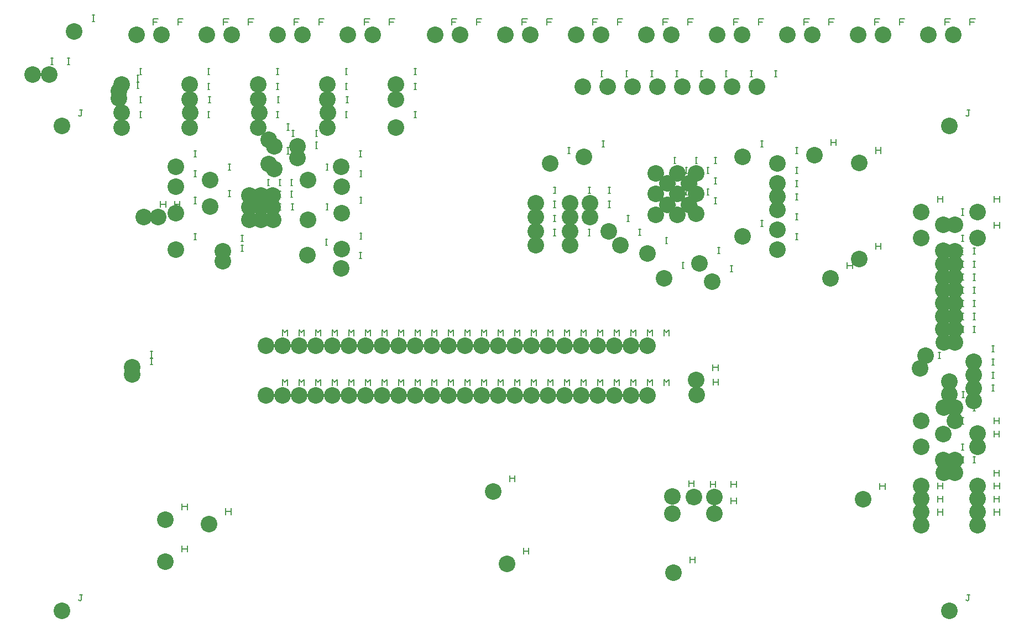
<source format=gbr>
%FSLAX23Y23*%
%MOIN*%
G04 EasyPC Gerber Version 17.0 Build 3379 *
%ADD18C,0.00500*%
%ADD71C,0.10000*%
X0Y0D02*
D02*
D18*
X211Y3575D02*
X224D01*
X217D02*
Y3612D01*
X211D02*
X224D01*
X311Y3575D02*
X324D01*
X317D02*
Y3612D01*
X311D02*
X324D01*
X378Y343D02*
X381Y340D01*
X387Y337*
X393Y340*
X396Y343*
Y374*
X403*
X396D02*
X384D01*
X378Y3268D02*
X381Y3265D01*
X387Y3262*
X393Y3265*
X396Y3268*
Y3299*
X403*
X396D02*
X384D01*
X461Y3835D02*
X474D01*
X467D02*
Y3872D01*
X461D02*
X474D01*
X730Y3429D02*
X742D01*
X736D02*
Y3466D01*
X730D02*
X742D01*
X730Y3471D02*
X742D01*
X736D02*
Y3509D01*
X730D02*
X742D01*
X747Y3253D02*
X759D01*
X753D02*
Y3290D01*
X747D02*
X759D01*
X747Y3343D02*
X759D01*
X753D02*
Y3380D01*
X747D02*
X759D01*
X747Y3513D02*
X759D01*
X753D02*
Y3550D01*
X747D02*
X759D01*
X812Y1762D02*
X825D01*
X818D02*
Y1799D01*
X812D02*
X825D01*
X812Y1805D02*
X825D01*
X818D02*
Y1843D01*
X812D02*
X825D01*
X828Y3812D02*
Y3849D01*
X859*
X853Y3831D02*
X828D01*
X873Y2712D02*
Y2749D01*
Y2731D02*
X904D01*
Y2712D02*
Y2749D01*
X958Y2712D02*
Y2749D01*
Y2731D02*
X989D01*
Y2712D02*
Y2749D01*
X978Y3812D02*
Y3849D01*
X1009*
X1002Y3831D02*
X978D01*
X1002Y632D02*
Y669D01*
Y651D02*
X1034D01*
Y632D02*
Y669D01*
X1002Y887D02*
Y924D01*
Y906D02*
X1034D01*
Y887D02*
Y924D01*
X1074Y2735D02*
X1087D01*
X1081D02*
Y2773D01*
X1074D02*
X1087D01*
X1074Y3017D02*
X1087D01*
X1081D02*
Y3055D01*
X1074D02*
X1087D01*
X1076Y2896D02*
X1088D01*
X1082D02*
Y2934D01*
X1076D02*
X1088D01*
X1076Y2517D02*
X1088D01*
X1082D02*
Y2554D01*
X1076D02*
X1088D01*
X1157Y3253D02*
X1169D01*
X1163D02*
Y3290D01*
X1157D02*
X1169D01*
X1157Y3423D02*
X1169D01*
X1163D02*
Y3460D01*
X1157D02*
X1169D01*
X1157Y3513D02*
X1169D01*
X1163D02*
Y3550D01*
X1157D02*
X1169D01*
X1162Y3342D02*
X1174D01*
X1168D02*
Y3379D01*
X1162D02*
X1174D01*
X1252Y3812D02*
Y3849D01*
X1284*
X1278Y3831D02*
X1252D01*
X1266Y858D02*
Y896D01*
Y877D02*
X1297D01*
Y858D02*
Y896D01*
X1282Y2777D02*
X1294D01*
X1288D02*
Y2814D01*
X1282D02*
X1294D01*
X1282Y2937D02*
X1294D01*
X1288D02*
Y2974D01*
X1282D02*
X1294D01*
X1359Y2447D02*
X1371D01*
X1365D02*
Y2484D01*
X1359D02*
X1371D01*
X1359Y2507D02*
X1371D01*
X1365D02*
Y2544D01*
X1359D02*
X1371D01*
X1403Y3812D02*
Y3849D01*
X1434*
X1428Y3831D02*
X1403D01*
X1517Y2697D02*
X1529D01*
X1523D02*
Y2734D01*
X1517D02*
X1529D01*
X1517Y2772D02*
X1529D01*
X1523D02*
Y2809D01*
X1517D02*
X1529D01*
X1517Y2842D02*
X1529D01*
X1523D02*
Y2879D01*
X1517D02*
X1529D01*
X1572Y3253D02*
X1584D01*
X1578D02*
Y3290D01*
X1572D02*
X1584D01*
X1572Y3423D02*
X1584D01*
X1578D02*
Y3460D01*
X1572D02*
X1584D01*
X1572Y3513D02*
X1584D01*
X1578D02*
Y3550D01*
X1572D02*
X1584D01*
X1577Y3342D02*
X1589D01*
X1583D02*
Y3379D01*
X1577D02*
X1589D01*
X1587Y2697D02*
X1599D01*
X1593D02*
Y2734D01*
X1587D02*
X1599D01*
X1587Y2772D02*
X1599D01*
X1593D02*
Y2809D01*
X1587D02*
X1599D01*
X1587Y2842D02*
X1599D01*
X1593D02*
Y2879D01*
X1587D02*
X1599D01*
X1608Y1637D02*
Y1674D01*
X1623Y1656*
X1639Y1674*
Y1637*
X1608Y1937D02*
Y1974D01*
X1623Y1956*
X1639Y1974*
Y1937*
X1635Y3035D02*
X1647D01*
X1641D02*
Y3072D01*
X1635D02*
X1647D01*
X1635Y3178D02*
X1647D01*
X1641D02*
Y3216D01*
X1635D02*
X1647D01*
X1657Y2772D02*
X1669D01*
X1663D02*
Y2809D01*
X1657D02*
X1669D01*
X1657Y2842D02*
X1669D01*
X1663D02*
Y2879D01*
X1657D02*
X1669D01*
X1662Y2697D02*
X1674D01*
X1668D02*
Y2734D01*
X1662D02*
X1674D01*
X1666Y3002D02*
X1678D01*
X1672D02*
Y3040D01*
X1666D02*
X1678D01*
X1666Y3139D02*
X1678D01*
X1672D02*
Y3177D01*
X1666D02*
X1678D01*
X1678Y3812D02*
Y3849D01*
X1709*
X1703Y3831D02*
X1678D01*
X1708Y1637D02*
Y1674D01*
X1723Y1656*
X1739Y1674*
Y1637*
X1708Y1937D02*
Y1974D01*
X1723Y1956*
X1739Y1974*
Y1937*
X1807Y3068D02*
X1819D01*
X1813D02*
Y3106D01*
X1807D02*
X1819D01*
X1807Y3139D02*
X1819D01*
X1813D02*
Y3177D01*
X1807D02*
X1819D01*
X1808Y1637D02*
Y1674D01*
X1823Y1656*
X1839Y1674*
Y1637*
X1808Y1937D02*
Y1974D01*
X1823Y1956*
X1839Y1974*
Y1937*
X1828Y3812D02*
Y3849D01*
X1859*
X1853Y3831D02*
X1828D01*
X1867Y2482D02*
X1879D01*
X1873D02*
Y2519D01*
X1867D02*
X1879D01*
X1871Y2698D02*
X1883D01*
X1877D02*
Y2735D01*
X1871D02*
X1883D01*
X1871Y2937D02*
X1883D01*
X1877D02*
Y2975D01*
X1871D02*
X1883D01*
X1908Y1637D02*
Y1674D01*
X1923Y1656*
X1939Y1674*
Y1637*
X1908Y1937D02*
Y1974D01*
X1923Y1956*
X1939Y1974*
Y1937*
X1987Y3253D02*
X1999D01*
X1993D02*
Y3290D01*
X1987D02*
X1999D01*
X1987Y3423D02*
X1999D01*
X1993D02*
Y3460D01*
X1987D02*
X1999D01*
X1987Y3513D02*
X1999D01*
X1993D02*
Y3550D01*
X1987D02*
X1999D01*
X1992Y3343D02*
X2004D01*
X1998D02*
Y3380D01*
X1992D02*
X2004D01*
X2008Y1637D02*
Y1674D01*
X2023Y1656*
X2039Y1674*
Y1637*
X2008Y1937D02*
Y1974D01*
X2023Y1956*
X2039Y1974*
Y1937*
X2073Y2402D02*
X2085D01*
X2079D02*
Y2439D01*
X2073D02*
X2085D01*
X2073Y3016D02*
X2085D01*
X2079D02*
Y3053D01*
X2073D02*
X2085D01*
X2074Y2519D02*
X2086D01*
X2080D02*
Y2557D01*
X2074D02*
X2086D01*
X2074Y2738D02*
X2086D01*
X2080D02*
Y2775D01*
X2074D02*
X2086D01*
X2074Y2897D02*
X2086D01*
X2080D02*
Y2935D01*
X2074D02*
X2086D01*
X2103Y3812D02*
Y3849D01*
X2134*
X2128Y3831D02*
X2103D01*
X2108Y1637D02*
Y1674D01*
X2123Y1656*
X2139Y1674*
Y1637*
X2108Y1937D02*
Y1974D01*
X2123Y1956*
X2139Y1974*
Y1937*
X2208Y1637D02*
Y1674D01*
X2223Y1656*
X2239Y1674*
Y1637*
X2208Y1937D02*
Y1974D01*
X2223Y1956*
X2239Y1974*
Y1937*
X2253Y3812D02*
Y3849D01*
X2284*
X2278Y3831D02*
X2253D01*
X2308Y1637D02*
Y1674D01*
X2323Y1656*
X2339Y1674*
Y1637*
X2308Y1937D02*
Y1974D01*
X2323Y1956*
X2339Y1974*
Y1937*
X2402Y3253D02*
X2414D01*
X2408D02*
Y3290D01*
X2402D02*
X2414D01*
X2402Y3423D02*
X2414D01*
X2408D02*
Y3460D01*
X2402D02*
X2414D01*
X2402Y3513D02*
X2414D01*
X2408D02*
Y3550D01*
X2402D02*
X2414D01*
X2408Y1637D02*
Y1674D01*
X2423Y1656*
X2439Y1674*
Y1637*
X2408Y1937D02*
Y1974D01*
X2423Y1956*
X2439Y1974*
Y1937*
X2508Y1637D02*
Y1674D01*
X2523Y1656*
X2539Y1674*
Y1637*
X2508Y1937D02*
Y1974D01*
X2523Y1956*
X2539Y1974*
Y1937*
X2608Y1637D02*
Y1674D01*
X2623Y1656*
X2639Y1674*
Y1637*
X2608Y1937D02*
Y1974D01*
X2623Y1956*
X2639Y1974*
Y1937*
X2628Y3812D02*
Y3849D01*
X2659*
X2653Y3831D02*
X2628D01*
X2708Y1637D02*
Y1674D01*
X2723Y1656*
X2739Y1674*
Y1637*
X2708Y1937D02*
Y1974D01*
X2723Y1956*
X2739Y1974*
Y1937*
X2778Y3812D02*
Y3849D01*
X2809*
X2803Y3831D02*
X2778D01*
X2808Y1637D02*
Y1674D01*
X2823Y1656*
X2839Y1674*
Y1637*
X2808Y1937D02*
Y1974D01*
X2823Y1956*
X2839Y1974*
Y1937*
X2908Y1637D02*
Y1674D01*
X2923Y1656*
X2939Y1674*
Y1637*
X2908Y1937D02*
Y1974D01*
X2923Y1956*
X2939Y1974*
Y1937*
X2978Y1058D02*
Y1095D01*
Y1076D02*
X3009D01*
Y1058D02*
Y1095D01*
X3008Y1637D02*
Y1674D01*
X3023Y1656*
X3039Y1674*
Y1637*
X3008Y1937D02*
Y1974D01*
X3023Y1956*
X3039Y1974*
Y1937*
X3053Y3812D02*
Y3849D01*
X3084*
X3078Y3831D02*
X3053D01*
X3062Y620D02*
Y657D01*
Y638D02*
X3093D01*
Y620D02*
Y657D01*
X3108Y1637D02*
Y1674D01*
X3123Y1656*
X3139Y1674*
Y1637*
X3108Y1937D02*
Y1974D01*
X3123Y1956*
X3139Y1974*
Y1937*
X3203Y3812D02*
Y3849D01*
X3234*
X3228Y3831D02*
X3203D01*
X3208Y1637D02*
Y1674D01*
X3223Y1656*
X3239Y1674*
Y1637*
X3208Y1937D02*
Y1974D01*
X3223Y1956*
X3239Y1974*
Y1937*
X3243Y2541D02*
X3256D01*
X3249D02*
Y2579D01*
X3243D02*
X3256D01*
X3243Y2626D02*
X3256D01*
X3249D02*
Y2664D01*
X3243D02*
X3256D01*
X3243Y2711D02*
X3256D01*
X3249D02*
Y2749D01*
X3243D02*
X3256D01*
X3243Y2796D02*
X3256D01*
X3250D02*
Y2834D01*
X3243D02*
X3256D01*
X3308Y1637D02*
Y1674D01*
X3323Y1656*
X3339Y1674*
Y1637*
X3308Y1937D02*
Y1974D01*
X3323Y1956*
X3339Y1974*
Y1937*
X3329Y3037D02*
X3342D01*
X3336D02*
Y3075D01*
X3329D02*
X3342D01*
X3408Y1637D02*
Y1674D01*
X3423Y1656*
X3439Y1674*
Y1637*
X3408Y1937D02*
Y1974D01*
X3423Y1956*
X3439Y1974*
Y1937*
X3449Y2626D02*
X3462D01*
X3456D02*
Y2664D01*
X3449D02*
X3462D01*
X3451Y2541D02*
X3463D01*
X3457D02*
Y2579D01*
X3451D02*
X3463D01*
X3452Y2711D02*
X3464D01*
X3458D02*
Y2749D01*
X3452D02*
X3464D01*
X3452Y2796D02*
X3464D01*
X3458D02*
Y2834D01*
X3452D02*
X3464D01*
X3478Y3812D02*
Y3849D01*
X3509*
X3503Y3831D02*
X3478D01*
X3507Y1637D02*
Y1674D01*
X3523Y1656*
X3539Y1674*
Y1637*
X3507Y1937D02*
Y1974D01*
X3523Y1956*
X3539Y1974*
Y1937*
X3527Y3499D02*
X3539D01*
X3533D02*
Y3537D01*
X3527D02*
X3539D01*
X3534Y3077D02*
X3547D01*
X3541D02*
Y3115D01*
X3534D02*
X3547D01*
X3572Y2711D02*
X3584D01*
X3578D02*
Y2749D01*
X3572D02*
X3584D01*
X3573Y2796D02*
X3585D01*
X3579D02*
Y2834D01*
X3573D02*
X3585D01*
X3608Y1637D02*
Y1674D01*
X3623Y1656*
X3639Y1674*
Y1637*
X3608Y1937D02*
Y1974D01*
X3623Y1956*
X3639Y1974*
Y1937*
X3628Y3812D02*
Y3849D01*
X3659*
X3653Y3831D02*
X3628D01*
X3677Y3499D02*
X3689D01*
X3683D02*
Y3537D01*
X3677D02*
X3689D01*
X3685Y2626D02*
X3698D01*
X3691D02*
Y2664D01*
X3685D02*
X3698D01*
X3708Y1637D02*
Y1674D01*
X3723Y1656*
X3739Y1674*
Y1637*
X3708Y1937D02*
Y1974D01*
X3723Y1956*
X3739Y1974*
Y1937*
X3755Y2543D02*
X3768D01*
X3761D02*
Y2580D01*
X3755D02*
X3768D01*
X3808Y1637D02*
Y1674D01*
X3823Y1656*
X3839Y1674*
Y1637*
X3808Y1937D02*
Y1974D01*
X3823Y1956*
X3839Y1974*
Y1937*
X3827Y3499D02*
X3840D01*
X3834D02*
Y3536D01*
X3827D02*
X3840D01*
X3903Y3812D02*
Y3849D01*
X3934*
X3928Y3831D02*
X3903D01*
X3908Y1637D02*
Y1674D01*
X3923Y1656*
X3939Y1674*
Y1637*
X3908Y1937D02*
Y1974D01*
X3923Y1956*
X3939Y1974*
Y1937*
X3917Y2492D02*
X3929D01*
X3923D02*
Y2529D01*
X3917D02*
X3929D01*
X3967Y2727D02*
X3979D01*
X3973D02*
Y2764D01*
X3967D02*
X3979D01*
X3967Y2852D02*
X3979D01*
X3973D02*
Y2889D01*
X3967D02*
X3979D01*
X3967Y2977D02*
X3979D01*
X3973D02*
Y3014D01*
X3967D02*
X3979D01*
X3977Y3499D02*
X3990D01*
X3984D02*
Y3537D01*
X3977D02*
X3990D01*
X4017Y2342D02*
X4029D01*
X4023D02*
Y2379D01*
X4017D02*
X4029D01*
X4037Y2787D02*
X4049D01*
X4043D02*
Y2824D01*
X4037D02*
X4049D01*
X4037Y2917D02*
X4049D01*
X4043D02*
Y2954D01*
X4037D02*
X4049D01*
X4053Y3812D02*
Y3849D01*
X4084*
X4078Y3831D02*
X4053D01*
X4058Y922D02*
Y959D01*
Y941D02*
X4089D01*
Y922D02*
Y959D01*
X4058Y1027D02*
Y1064D01*
Y1046D02*
X4089D01*
Y1027D02*
Y1064D01*
X4064Y567D02*
Y605D01*
Y586D02*
X4095D01*
Y567D02*
Y605D01*
X4097Y2727D02*
X4109D01*
X4103D02*
Y2764D01*
X4097D02*
X4109D01*
X4097Y2852D02*
X4109D01*
X4103D02*
Y2889D01*
X4097D02*
X4109D01*
X4097Y2977D02*
X4109D01*
X4103D02*
Y3014D01*
X4097D02*
X4109D01*
X4127Y3499D02*
X4140D01*
X4133D02*
Y3537D01*
X4127D02*
X4140D01*
X4167Y2787D02*
X4179D01*
X4173D02*
Y2824D01*
X4167D02*
X4179D01*
X4167Y2917D02*
X4179D01*
X4173D02*
Y2954D01*
X4167D02*
X4179D01*
X4188Y1022D02*
Y1059D01*
Y1041D02*
X4219D01*
Y1022D02*
Y1059D01*
X4202Y1728D02*
Y1765D01*
Y1747D02*
X4234D01*
Y1728D02*
Y1765D01*
X4212Y2732D02*
X4224D01*
X4218D02*
Y2769D01*
X4212D02*
X4224D01*
X4212Y2852D02*
X4224D01*
X4218D02*
Y2889D01*
X4212D02*
X4224D01*
X4212Y2977D02*
X4224D01*
X4218D02*
Y3014D01*
X4212D02*
X4224D01*
X4204Y1639D02*
Y1677D01*
Y1658D02*
X4235D01*
Y1639D02*
Y1677D01*
X4232Y2432D02*
X4244D01*
X4238D02*
Y2469D01*
X4232D02*
X4244D01*
X4277Y3499D02*
X4289D01*
X4283D02*
Y3537D01*
X4277D02*
X4289D01*
X4308Y2323D02*
X4320D01*
X4314D02*
Y2361D01*
X4308D02*
X4320D01*
X4313Y922D02*
Y959D01*
Y941D02*
X4344D01*
Y922D02*
Y959D01*
X4313Y1022D02*
Y1059D01*
Y1041D02*
X4344D01*
Y1022D02*
Y1059D01*
X4328Y3812D02*
Y3849D01*
X4359*
X4353Y3831D02*
X4328D01*
X4428Y3499D02*
X4440D01*
X4434D02*
Y3537D01*
X4428D02*
X4440D01*
X4478Y3812D02*
Y3849D01*
X4509*
X4503Y3831D02*
X4478D01*
X4492Y2597D02*
X4504D01*
X4498D02*
Y2634D01*
X4492D02*
X4504D01*
X4492Y3077D02*
X4504D01*
X4498D02*
Y3114D01*
X4492D02*
X4504D01*
X4576Y3499D02*
X4589D01*
X4583D02*
Y3537D01*
X4576D02*
X4589D01*
X4702Y2517D02*
X4714D01*
X4708D02*
Y2554D01*
X4702D02*
X4714D01*
X4702Y2637D02*
X4714D01*
X4708D02*
Y2674D01*
X4702D02*
X4714D01*
X4702Y2757D02*
X4714D01*
X4708D02*
Y2794D01*
X4702D02*
X4714D01*
X4702Y2837D02*
X4714D01*
X4708D02*
Y2874D01*
X4702D02*
X4714D01*
X4702Y2917D02*
X4714D01*
X4708D02*
Y2954D01*
X4702D02*
X4714D01*
X4702Y3037D02*
X4714D01*
X4708D02*
Y3074D01*
X4702D02*
X4714D01*
X4753Y3812D02*
Y3849D01*
X4784*
X4778Y3831D02*
X4753D01*
X4903Y3812D02*
Y3849D01*
X4934*
X4928Y3831D02*
X4903D01*
X4915Y3086D02*
Y3123D01*
Y3104D02*
X4946D01*
Y3086D02*
Y3123D01*
X5012Y2342D02*
Y2379D01*
Y2361D02*
X5044D01*
Y2342D02*
Y2379D01*
X5178Y3812D02*
Y3849D01*
X5209*
X5203Y3831D02*
X5178D01*
X5184Y2459D02*
Y2497D01*
Y2478D02*
X5215D01*
Y2459D02*
Y2497D01*
X5184Y3038D02*
Y3076D01*
Y3057D02*
X5215D01*
Y3038D02*
Y3076D01*
X5208Y1010D02*
Y1048D01*
Y1029D02*
X5240D01*
Y1010D02*
Y1048D01*
X5328Y3812D02*
Y3849D01*
X5359*
X5353Y3831D02*
X5328D01*
X5563Y1799D02*
X5575D01*
X5569D02*
Y1837D01*
X5563D02*
X5575D01*
X5557Y854D02*
Y892D01*
Y873D02*
X5588D01*
Y854D02*
Y892D01*
X5557Y933D02*
Y970D01*
Y952D02*
X5588D01*
Y933D02*
Y970D01*
X5557Y1326D02*
Y1364D01*
Y1345D02*
X5588D01*
Y1326D02*
Y1364D01*
X5558Y1012D02*
Y1049D01*
Y1030D02*
X5589D01*
Y1012D02*
Y1049D01*
X5558Y1485D02*
Y1522D01*
Y1503D02*
X5589D01*
Y1485D02*
Y1522D01*
X5558Y2587D02*
Y2624D01*
Y2605D02*
X5589D01*
Y2587D02*
Y2624D01*
X5558Y2744D02*
Y2781D01*
Y2763D02*
X5589D01*
Y2744D02*
Y2781D01*
X5559Y1090D02*
Y1128D01*
Y1109D02*
X5590D01*
Y1090D02*
Y1128D01*
X5595Y1875D02*
X5608D01*
X5601D02*
Y1913D01*
X5595D02*
X5608D01*
X5603Y3812D02*
Y3849D01*
X5634*
X5628Y3831D02*
X5603D01*
X5700Y2428D02*
X5712D01*
X5706D02*
Y2466D01*
X5700D02*
X5712D01*
X5701Y2272D02*
X5714D01*
X5707D02*
Y2310D01*
X5701D02*
X5714D01*
X5701Y2508D02*
X5714D01*
X5707D02*
Y2545D01*
X5701D02*
X5714D01*
X5702Y1247D02*
X5715D01*
X5709D02*
Y1285D01*
X5702D02*
X5715D01*
X5702Y1405D02*
X5715D01*
X5709D02*
Y1442D01*
X5702D02*
X5715D01*
X5702Y2035D02*
X5715D01*
X5709D02*
Y2072D01*
X5702D02*
X5715D01*
X5702Y2114D02*
X5715D01*
X5709D02*
Y2151D01*
X5702D02*
X5715D01*
X5702Y2192D02*
X5715D01*
X5709D02*
Y2230D01*
X5702D02*
X5715D01*
X5702Y2351D02*
X5715D01*
X5709D02*
Y2388D01*
X5702D02*
X5715D01*
X5702Y2665D02*
X5715D01*
X5709D02*
Y2703D01*
X5702D02*
X5715D01*
X5704Y1169D02*
X5716D01*
X5710D02*
Y1206D01*
X5704D02*
X5716D01*
X5704Y1956D02*
X5716D01*
X5710D02*
Y1994D01*
X5704D02*
X5716D01*
X5705Y1562D02*
X5717D01*
X5711D02*
Y1599D01*
X5705D02*
X5717D01*
X5728Y343D02*
X5731Y340D01*
X5737Y337*
X5743Y340*
X5746Y343*
Y374*
X5753*
X5746D02*
X5734D01*
X5728Y3268D02*
X5731Y3265D01*
X5737Y3262*
X5743Y3265*
X5746Y3268*
Y3299*
X5753*
X5746D02*
X5734D01*
X5737Y1642D02*
X5750D01*
X5744D02*
Y1679D01*
X5737D02*
X5750D01*
X5739Y1720D02*
X5751D01*
X5745D02*
Y1758D01*
X5739D02*
X5751D01*
X5753Y3812D02*
Y3849D01*
X5784*
X5778Y3831D02*
X5753D01*
X5772Y1169D02*
X5784D01*
X5778D02*
Y1206D01*
X5772D02*
X5784D01*
X5772Y1248D02*
X5784D01*
X5778D02*
Y1285D01*
X5772D02*
X5784D01*
X5772Y1484D02*
X5784D01*
X5778D02*
Y1521D01*
X5772D02*
X5784D01*
X5772Y1563D02*
X5784D01*
X5778D02*
Y1600D01*
X5772D02*
X5784D01*
X5772Y1956D02*
X5784D01*
X5778D02*
Y1994D01*
X5772D02*
X5784D01*
X5772Y2035D02*
X5784D01*
X5778D02*
Y2073D01*
X5772D02*
X5784D01*
X5772Y2114D02*
X5784D01*
X5778D02*
Y2151D01*
X5772D02*
X5784D01*
X5772Y2193D02*
X5784D01*
X5778D02*
Y2230D01*
X5772D02*
X5784D01*
X5772Y2271D02*
X5784D01*
X5778D02*
Y2309D01*
X5772D02*
X5784D01*
X5772Y2350D02*
X5784D01*
X5778D02*
Y2388D01*
X5772D02*
X5784D01*
X5772Y2429D02*
X5784D01*
X5778D02*
Y2466D01*
X5772D02*
X5784D01*
X5772Y2508D02*
X5784D01*
X5778D02*
Y2545D01*
X5772D02*
X5784D01*
X5772Y2665D02*
X5784D01*
X5778D02*
Y2703D01*
X5772D02*
X5784D01*
X5884Y1602D02*
X5897D01*
X5890D02*
Y1639D01*
X5884D02*
X5897D01*
X5884Y1680D02*
X5897D01*
X5890D02*
Y1718D01*
X5884D02*
X5897D01*
X5884Y1759D02*
X5897D01*
X5890D02*
Y1797D01*
X5884D02*
X5897D01*
X5884Y1839D02*
X5897D01*
X5890D02*
Y1876D01*
X5884D02*
X5897D01*
X5897Y933D02*
Y970D01*
Y952D02*
X5929D01*
Y933D02*
Y970D01*
X5897Y1090D02*
Y1128D01*
Y1109D02*
X5929D01*
Y1090D02*
Y1128D01*
X5897Y1326D02*
Y1364D01*
Y1345D02*
X5929D01*
Y1326D02*
Y1364D01*
X5897Y1406D02*
Y1443D01*
Y1425D02*
X5929D01*
Y1406D02*
Y1443D01*
X5899Y854D02*
Y892D01*
Y873D02*
X5930D01*
Y854D02*
Y892D01*
X5899Y1012D02*
Y1049D01*
Y1030D02*
X5930D01*
Y1012D02*
Y1049D01*
X5899Y2587D02*
Y2624D01*
Y2605D02*
X5930D01*
Y2587D02*
Y2624D01*
X5899Y2744D02*
Y2781D01*
Y2763D02*
X5930D01*
Y2744D02*
Y2781D01*
D02*
D71*
X102Y3515D03*
X202D03*
X278Y278D03*
Y3203D03*
X352Y3775D03*
X620Y3370D03*
Y3412D03*
X638Y3193D03*
Y3283D03*
Y3453D03*
X703Y1702D03*
Y1746D03*
X728Y3753D03*
X773Y2653D03*
X858D03*
X877Y3753D03*
X903Y573D03*
Y828D03*
X965Y2676D03*
Y2958D03*
X966Y2837D03*
X966Y2457D03*
X1048Y3193D03*
Y3363D03*
Y3453D03*
X1053Y3283D03*
X1153Y3753D03*
X1166Y799D03*
X1173Y2718D03*
Y2878D03*
X1249Y2387D03*
Y2447D03*
X1303Y3753D03*
X1408Y2638D03*
Y2713D03*
Y2783D03*
X1463Y3193D03*
Y3363D03*
Y3453D03*
X1468Y3283D03*
X1478Y2638D03*
Y2713D03*
Y2783D03*
X1508Y1578D03*
Y1878D03*
X1525Y2975D03*
Y3119D03*
X1548Y2713D03*
Y2783D03*
X1553Y2638D03*
X1557Y2943D03*
Y3080D03*
X1578Y3753D03*
X1608Y1578D03*
Y1878D03*
X1698Y3009D03*
Y3080D03*
X1708Y1578D03*
Y1878D03*
X1728Y3753D03*
X1758Y2422D03*
X1761Y2638D03*
Y2878D03*
X1808Y1578D03*
Y1878D03*
X1878Y3193D03*
Y3363D03*
Y3453D03*
X1883Y3283D03*
X1908Y1578D03*
Y1878D03*
X1963Y2342D03*
Y2956D03*
X1965Y2460D03*
Y2678D03*
Y2838D03*
X2003Y3753D03*
X2008Y1578D03*
Y1878D03*
X2108Y1578D03*
Y1878D03*
X2153Y3753D03*
X2208Y1578D03*
Y1878D03*
X2293Y3193D03*
Y3363D03*
Y3453D03*
X2308Y1578D03*
Y1878D03*
X2408Y1578D03*
Y1878D03*
X2508Y1578D03*
Y1878D03*
X2528Y3753D03*
X2608Y1578D03*
Y1878D03*
X2678Y3753D03*
X2708Y1578D03*
Y1878D03*
X2808Y1578D03*
Y1878D03*
X2878Y998D03*
X2908Y1578D03*
Y1878D03*
X2953Y3753D03*
X2962Y560D03*
X3008Y1578D03*
Y1878D03*
X3103Y3753D03*
X3108Y1578D03*
Y1878D03*
X3134Y2482D03*
Y2567D03*
Y2652D03*
X3134Y2737D03*
X3208Y1578D03*
Y1878D03*
X3220Y2978D03*
X3308Y1578D03*
Y1878D03*
X3340Y2567D03*
X3341Y2482D03*
X3343Y2652D03*
Y2737D03*
X3378Y3753D03*
X3408Y1578D03*
Y1878D03*
X3418Y3440D03*
X3425Y3018D03*
X3462Y2652D03*
X3463Y2737D03*
X3507Y1578D03*
Y1878D03*
X3528Y3753D03*
X3567Y3440D03*
X3576Y2567D03*
X3608Y1578D03*
Y1878D03*
X3646Y2483D03*
X3708Y1578D03*
Y1878D03*
X3718Y3439D03*
X3803Y3753D03*
X3808Y1578D03*
Y1878D03*
Y2433D03*
X3858Y2668D03*
Y2793D03*
Y2918D03*
X3868Y3440D03*
X3908Y2283D03*
X3928Y2728D03*
Y2858D03*
X3953Y3753D03*
X3958Y863D03*
Y968D03*
X3964Y508D03*
X3988Y2668D03*
Y2793D03*
Y2918D03*
X4018Y3440D03*
X4058Y2728D03*
Y2858D03*
X4088Y963D03*
X4102Y1669D03*
X4103Y2673D03*
Y2793D03*
Y2918D03*
X4104Y1580D03*
X4122Y2373D03*
X4168Y3440D03*
X4199Y2264D03*
X4213Y863D03*
Y963D03*
X4228Y3753D03*
X4319Y3440D03*
X4378Y3753D03*
X4383Y2538D03*
Y3018D03*
X4467Y3440D03*
X4593Y2458D03*
Y2578D03*
Y2698D03*
Y2778D03*
Y2858D03*
Y2978D03*
X4653Y3753D03*
X4803D03*
X4815Y3026D03*
X4912Y2283D03*
X5078Y3753D03*
X5084Y2400D03*
Y2979D03*
X5108Y951D03*
X5228Y3753D03*
X5453Y1740D03*
X5457Y795D03*
Y874D03*
Y1267D03*
X5458Y952D03*
Y1425D03*
Y2527D03*
Y2684D03*
X5459Y1031D03*
X5486Y1816D03*
X5503Y3753D03*
X5591Y2369D03*
X5592Y2213D03*
Y2449D03*
X5593Y1188D03*
Y1345D03*
Y1976D03*
Y2054D03*
Y2133D03*
Y2291D03*
Y2606D03*
X5594Y1109D03*
Y1897D03*
X5595Y1503D03*
X5628Y278D03*
Y3203D03*
X5628Y1582D03*
X5629Y1661D03*
X5653Y3753D03*
X5663Y1110D03*
Y1188D03*
Y1425D03*
Y1503D03*
Y1897D03*
Y1976D03*
Y2054D03*
Y2133D03*
Y2212D03*
Y2291D03*
Y2369D03*
Y2448D03*
Y2606D03*
X5775Y1542D03*
Y1621D03*
Y1700D03*
Y1780D03*
X5797Y874D03*
Y1031D03*
Y1267D03*
Y1347D03*
X5799Y795D03*
Y952D03*
Y2527D03*
Y2684D03*
X0Y0D02*
M02*

</source>
